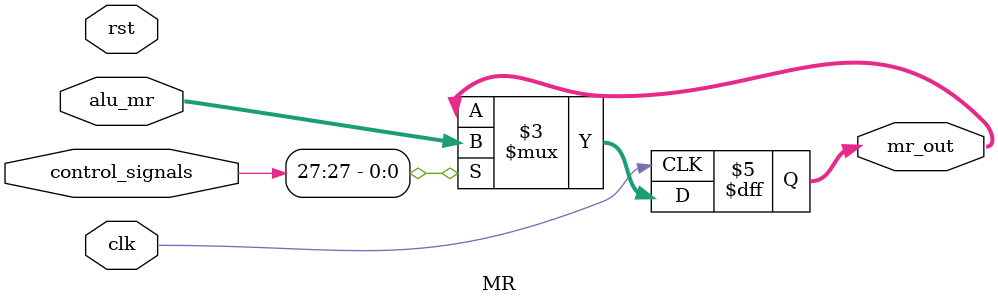
<source format=v>
`timescale 1ns / 1ps

module MR(
    input clk,
    input rst,
    input [31:0]control_signals,//C9,               // ALU to ACC
    input [15:0] alu_mr,    // data from ALU
    output reg [15:0] mr_out = 0
);

    always @(posedge clk )
    begin
//        if (~rst)
//            mr_out <= 0;
        if (control_signals[27])
            mr_out <= alu_mr; 
    end

endmodule // MR
</source>
